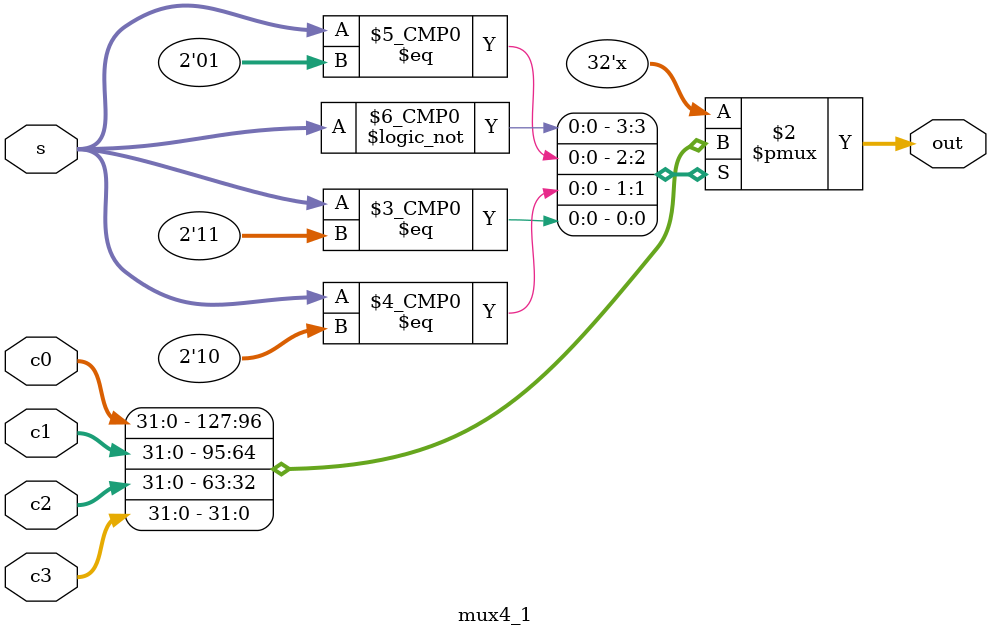
<source format=sv>
module mux16_1 // 16 to one mux
	(
						input AVL_CS,
						input [3:0] s,
						input [31:0] c0,
						input [31:0] c1,
						input [31:0] c2,
						input [31:0] c3,
						input [31:0] c4,
						input [31:0] c5,
						input [31:0] c6,
						input [31:0] c7,
						input [31:0] c8,
						input [31:0] c9,
						input [31:0] c10,
						input [31:0] c11,
						input [31:0] c12,
						input [31:0] c13,
						input [31:0] c14,
						input [31:0] c15,
						output logic [31:0] out
						);

always_comb begin
	if(1)
		begin
			case(s)
				4'b0000 : out = c0;
				4'b0001 : out = c1;
				4'b0010 : out = c2;
				4'b0011 : out = c3;
				4'b0100 : out = c4;
				4'b0101 : out = c5;
				4'b0110 : out = c6;
				4'b0111 : out = c7;
				4'b1000 : out = c8;
				4'b1001 : out = c9;
				4'b1010 : out = c10;
				4'b1011 : out = c11;
				4'b1100 : out = c12;
				4'b1101 : out = c13;
				4'b1110 : out = c14;
				4'b1111 : out = c15;
				default : out = 32'b0;
			endcase
	end
	else
		begin
			out = 32'b0;
		end
end
endmodule

module mux9_1 // nine to one mux
	(
						input [3:0] s,
						input [127:0] c0,
						input [127:0] c1,
						input [127:0] c2,
						input [127:0] c3,
						input [127:0] c4,
						input [127:0] c5,
						input [127:0] c6,
						input [127:0] c7,
						input [127:0] c8,
						output logic [127:0] out
						);

always_comb
		begin
			case(s)
				4'b1001 : out = c0;
				4'b1000 : out = c1;
				4'b0111 : out = c2;
				4'b0110 : out = c3;
				4'b0101 : out = c4;
				4'b0100 : out = c5;
				4'b0011 : out = c6;
				4'b0010 : out = c7;
				4'b0001 : out = c8;
				default : out = 128'b0;
			endcase
		end
endmodule

module mux4_1 // nine to one mux
	(
						input [1:0] s,
						input [31:0] c0,
						input [31:0] c1,
						input [31:0] c2,
						input [31:0] c3,
						output logic [31:0] out
						);

always_comb
		begin
			case(s)
				4'b0000 : out = c0;
				4'b0001 : out = c1;
				4'b0010 : out = c2;
				4'b0011 : out = c3;
				default : out = 32'b0;
			endcase
		end
endmodule

</source>
